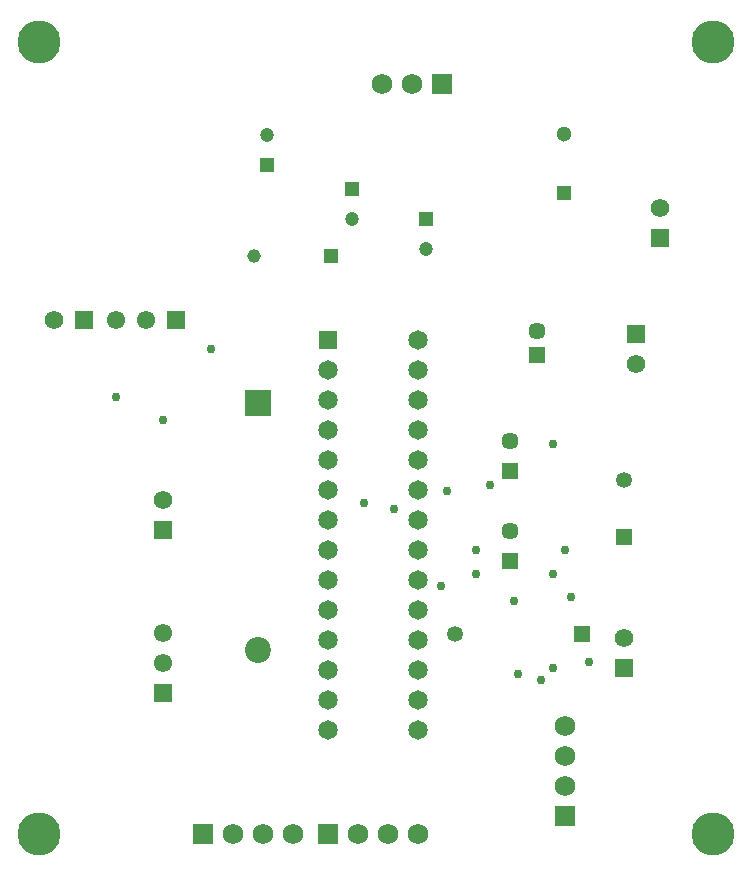
<source format=gts>
G04*
G04 #@! TF.GenerationSoftware,Altium Limited,Altium Designer,22.5.1 (42)*
G04*
G04 Layer_Color=8388736*
%FSLAX44Y44*%
%MOMM*%
G71*
G04*
G04 #@! TF.SameCoordinates,3BE08D2E-9295-4D5D-90EC-08E0B097B468*
G04*
G04*
G04 #@! TF.FilePolarity,Negative*
G04*
G01*
G75*
%ADD15R,1.5700X1.5700*%
%ADD16C,1.5700*%
%ADD17R,1.5500X1.5500*%
%ADD18C,1.5500*%
%ADD19C,1.7500*%
%ADD20R,1.7500X1.7500*%
%ADD21R,1.5700X1.5700*%
%ADD22C,2.2000*%
%ADD23R,2.2000X2.2000*%
%ADD24R,1.6500X1.6500*%
%ADD25C,1.6500*%
%ADD26R,1.7500X1.7500*%
%ADD27C,1.2000*%
%ADD28R,1.2000X1.2000*%
%ADD29C,1.3000*%
%ADD30R,1.3000X1.3000*%
%ADD31R,1.5500X1.5500*%
%ADD32C,1.1500*%
%ADD33R,1.1500X1.1500*%
%ADD34R,1.3500X1.3500*%
%ADD35C,1.3500*%
%ADD36C,1.3500*%
%ADD37R,1.3500X1.3500*%
%ADD38C,1.4500*%
%ADD39R,1.4500X1.4500*%
%ADD40C,0.7500*%
%ADD41C,3.6500*%
D15*
X62700Y460000D02*
D03*
D16*
X37300D02*
D03*
X520000Y190400D02*
D03*
X130000Y307700D02*
D03*
X550000Y555000D02*
D03*
X530000Y422300D02*
D03*
D17*
X140400Y460000D02*
D03*
D18*
X115000D02*
D03*
X89600D02*
D03*
X130000Y195000D02*
D03*
Y169600D02*
D03*
D19*
X470000Y115800D02*
D03*
Y90400D02*
D03*
Y65000D02*
D03*
X240000Y25000D02*
D03*
X214600D02*
D03*
X189200D02*
D03*
X345800D02*
D03*
X320400D02*
D03*
X295000D02*
D03*
X315370Y659740D02*
D03*
X340770D02*
D03*
D20*
X470000Y39600D02*
D03*
X366170Y659740D02*
D03*
D21*
X520000Y165000D02*
D03*
X130000Y282300D02*
D03*
X550000Y529600D02*
D03*
X530000Y447700D02*
D03*
D22*
X210000Y180300D02*
D03*
D23*
Y389700D02*
D03*
D24*
X269650Y442570D02*
D03*
D25*
Y417170D02*
D03*
Y391770D02*
D03*
Y366370D02*
D03*
Y340970D02*
D03*
Y315570D02*
D03*
Y290170D02*
D03*
Y264770D02*
D03*
Y239370D02*
D03*
Y213970D02*
D03*
Y188570D02*
D03*
Y163170D02*
D03*
Y137770D02*
D03*
Y112370D02*
D03*
X345850Y442570D02*
D03*
Y417170D02*
D03*
Y391770D02*
D03*
Y366370D02*
D03*
Y340970D02*
D03*
Y315570D02*
D03*
Y290170D02*
D03*
Y264770D02*
D03*
Y239370D02*
D03*
Y213970D02*
D03*
Y188570D02*
D03*
Y163170D02*
D03*
Y137770D02*
D03*
Y112370D02*
D03*
D26*
X163800Y25000D02*
D03*
X269600D02*
D03*
D27*
X217580Y616360D02*
D03*
X289970Y545440D02*
D03*
X352200Y520040D02*
D03*
D28*
X217580Y591360D02*
D03*
X289970Y570840D02*
D03*
X352200Y545440D02*
D03*
D29*
X469040Y617430D02*
D03*
D30*
Y567430D02*
D03*
D31*
X130000Y144200D02*
D03*
D32*
X206370Y513690D02*
D03*
D33*
X271970D02*
D03*
D34*
X519840Y275930D02*
D03*
D35*
Y324730D02*
D03*
D36*
X377190Y193650D02*
D03*
D37*
X484690D02*
D03*
D38*
X446180Y450190D02*
D03*
X423320Y357480D02*
D03*
Y281280D02*
D03*
D39*
X446180Y430190D02*
D03*
X423320Y332080D02*
D03*
Y255880D02*
D03*
D40*
X490000Y170000D02*
D03*
X520000Y165000D02*
D03*
X91850Y458290D02*
D03*
X90000Y395000D02*
D03*
X450000Y155000D02*
D03*
X430000Y160000D02*
D03*
X460000Y165000D02*
D03*
X395000Y265000D02*
D03*
X370000Y315000D02*
D03*
X406564Y320000D02*
D03*
X427119Y222119D02*
D03*
X395000Y245000D02*
D03*
X475000Y225000D02*
D03*
X365000Y235000D02*
D03*
X325000Y300000D02*
D03*
X300000Y305000D02*
D03*
X460000Y355000D02*
D03*
X470000Y265000D02*
D03*
X460000Y245000D02*
D03*
X130000Y375000D02*
D03*
X170000Y435000D02*
D03*
D41*
X25000Y25000D02*
D03*
X595000D02*
D03*
Y695000D02*
D03*
X25000D02*
D03*
M02*

</source>
